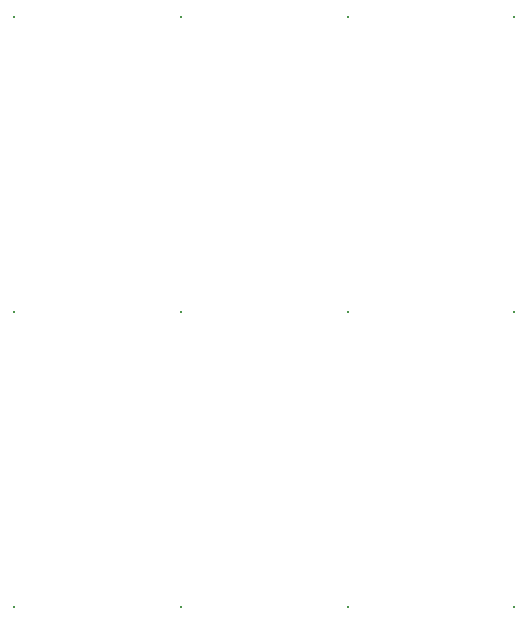
<source format=gbr>
%TF.GenerationSoftware,Altium Limited,Altium Designer,22.0.2 (36)*%
G04 Layer_Color=16711935*
%FSLAX26Y26*%
%MOIN*%
%TF.SameCoordinates,7C2B3453-B62B-4687-BB94-77A5B7653B1A*%
%TF.FilePolarity,Negative*%
%TF.FileFunction,Soldermask,Bot*%
%TF.Part,CustomerPanel*%
G01*
G75*
%TA.AperFunction,WasherPad*%
%ADD23C,0.011937*%
D23*
X-839291Y-853661D02*
D03*
X-283976D02*
D03*
X271339D02*
D03*
X826654D02*
D03*
X-839291Y130591D02*
D03*
X-283976D02*
D03*
X271339D02*
D03*
X826654D02*
D03*
X-839291Y1114843D02*
D03*
X-283976D02*
D03*
X271339D02*
D03*
X826654D02*
D03*
%TF.MD5,3bd0d36ef187d9b9ed625f4437c15057*%
M02*

</source>
